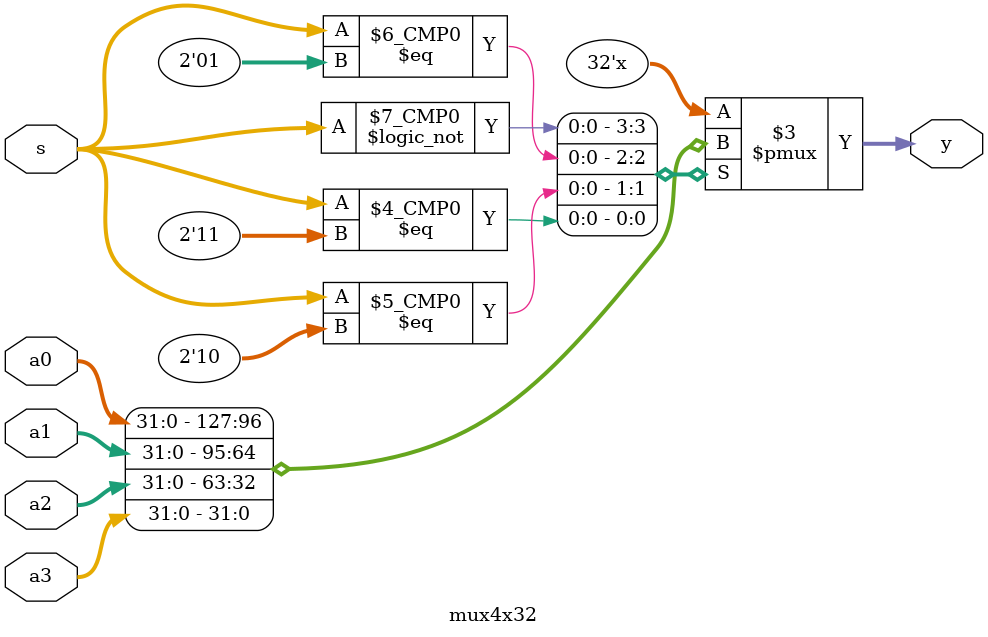
<source format=v>
module mux4x32 (a0,a1,a2,a3,s,y);

   input [31:0]  a0,a1,a2,a3;
   input [ 1:0]  s;
   
   output [31:0] y;
   reg [31:0] y;
	initial begin
		y=0;
	end
   always @ *
   case (s)
   
      2'b00: y = a0;
      2'b01: y = a1;
      2'b10: y = a2;
      2'b11: y = a3;
   
   endcase
endmodule 
</source>
